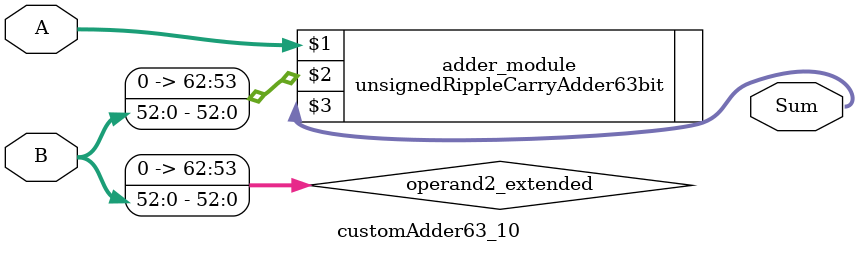
<source format=v>
module customAdder63_10(
                        input [62 : 0] A,
                        input [52 : 0] B,
                        
                        output [63 : 0] Sum
                );

        wire [62 : 0] operand2_extended;
        
        assign operand2_extended =  {10'b0, B};
        
        unsignedRippleCarryAdder63bit adder_module(
            A,
            operand2_extended,
            Sum
        );
        
        endmodule
        
</source>
